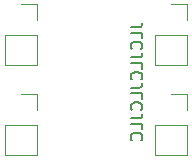
<source format=gbo>
%TF.GenerationSoftware,KiCad,Pcbnew,7.0.9*%
%TF.CreationDate,2023-11-30T13:54:46-08:00*%
%TF.ProjectId,Button-Board,42757474-6f6e-42d4-926f-6172642e6b69,rev?*%
%TF.SameCoordinates,Original*%
%TF.FileFunction,Legend,Bot*%
%TF.FilePolarity,Positive*%
%FSLAX46Y46*%
G04 Gerber Fmt 4.6, Leading zero omitted, Abs format (unit mm)*
G04 Created by KiCad (PCBNEW 7.0.9) date 2023-11-30 13:54:46*
%MOMM*%
%LPD*%
G01*
G04 APERTURE LIST*
%ADD10C,0.150000*%
%ADD11C,0.120000*%
%ADD12R,1.700000X1.700000*%
%ADD13O,1.700000X1.700000*%
G04 APERTURE END LIST*
D10*
X85483819Y-51422493D02*
X86198104Y-51422493D01*
X86198104Y-51422493D02*
X86340961Y-51374874D01*
X86340961Y-51374874D02*
X86436200Y-51279636D01*
X86436200Y-51279636D02*
X86483819Y-51136779D01*
X86483819Y-51136779D02*
X86483819Y-51041541D01*
X86483819Y-52374874D02*
X86483819Y-51898684D01*
X86483819Y-51898684D02*
X85483819Y-51898684D01*
X86388580Y-53279636D02*
X86436200Y-53232017D01*
X86436200Y-53232017D02*
X86483819Y-53089160D01*
X86483819Y-53089160D02*
X86483819Y-52993922D01*
X86483819Y-52993922D02*
X86436200Y-52851065D01*
X86436200Y-52851065D02*
X86340961Y-52755827D01*
X86340961Y-52755827D02*
X86245723Y-52708208D01*
X86245723Y-52708208D02*
X86055247Y-52660589D01*
X86055247Y-52660589D02*
X85912390Y-52660589D01*
X85912390Y-52660589D02*
X85721914Y-52708208D01*
X85721914Y-52708208D02*
X85626676Y-52755827D01*
X85626676Y-52755827D02*
X85531438Y-52851065D01*
X85531438Y-52851065D02*
X85483819Y-52993922D01*
X85483819Y-52993922D02*
X85483819Y-53089160D01*
X85483819Y-53089160D02*
X85531438Y-53232017D01*
X85531438Y-53232017D02*
X85579057Y-53279636D01*
X85483819Y-53993922D02*
X86198104Y-53993922D01*
X86198104Y-53993922D02*
X86340961Y-53946303D01*
X86340961Y-53946303D02*
X86436200Y-53851065D01*
X86436200Y-53851065D02*
X86483819Y-53708208D01*
X86483819Y-53708208D02*
X86483819Y-53612970D01*
X86483819Y-54946303D02*
X86483819Y-54470113D01*
X86483819Y-54470113D02*
X85483819Y-54470113D01*
X86388580Y-55851065D02*
X86436200Y-55803446D01*
X86436200Y-55803446D02*
X86483819Y-55660589D01*
X86483819Y-55660589D02*
X86483819Y-55565351D01*
X86483819Y-55565351D02*
X86436200Y-55422494D01*
X86436200Y-55422494D02*
X86340961Y-55327256D01*
X86340961Y-55327256D02*
X86245723Y-55279637D01*
X86245723Y-55279637D02*
X86055247Y-55232018D01*
X86055247Y-55232018D02*
X85912390Y-55232018D01*
X85912390Y-55232018D02*
X85721914Y-55279637D01*
X85721914Y-55279637D02*
X85626676Y-55327256D01*
X85626676Y-55327256D02*
X85531438Y-55422494D01*
X85531438Y-55422494D02*
X85483819Y-55565351D01*
X85483819Y-55565351D02*
X85483819Y-55660589D01*
X85483819Y-55660589D02*
X85531438Y-55803446D01*
X85531438Y-55803446D02*
X85579057Y-55851065D01*
X85483819Y-56565351D02*
X86198104Y-56565351D01*
X86198104Y-56565351D02*
X86340961Y-56517732D01*
X86340961Y-56517732D02*
X86436200Y-56422494D01*
X86436200Y-56422494D02*
X86483819Y-56279637D01*
X86483819Y-56279637D02*
X86483819Y-56184399D01*
X86483819Y-57517732D02*
X86483819Y-57041542D01*
X86483819Y-57041542D02*
X85483819Y-57041542D01*
X86388580Y-58422494D02*
X86436200Y-58374875D01*
X86436200Y-58374875D02*
X86483819Y-58232018D01*
X86483819Y-58232018D02*
X86483819Y-58136780D01*
X86483819Y-58136780D02*
X86436200Y-57993923D01*
X86436200Y-57993923D02*
X86340961Y-57898685D01*
X86340961Y-57898685D02*
X86245723Y-57851066D01*
X86245723Y-57851066D02*
X86055247Y-57803447D01*
X86055247Y-57803447D02*
X85912390Y-57803447D01*
X85912390Y-57803447D02*
X85721914Y-57851066D01*
X85721914Y-57851066D02*
X85626676Y-57898685D01*
X85626676Y-57898685D02*
X85531438Y-57993923D01*
X85531438Y-57993923D02*
X85483819Y-58136780D01*
X85483819Y-58136780D02*
X85483819Y-58232018D01*
X85483819Y-58232018D02*
X85531438Y-58374875D01*
X85531438Y-58374875D02*
X85579057Y-58422494D01*
X85483819Y-59136780D02*
X86198104Y-59136780D01*
X86198104Y-59136780D02*
X86340961Y-59089161D01*
X86340961Y-59089161D02*
X86436200Y-58993923D01*
X86436200Y-58993923D02*
X86483819Y-58851066D01*
X86483819Y-58851066D02*
X86483819Y-58755828D01*
X86483819Y-60089161D02*
X86483819Y-59612971D01*
X86483819Y-59612971D02*
X85483819Y-59612971D01*
X86388580Y-60993923D02*
X86436200Y-60946304D01*
X86436200Y-60946304D02*
X86483819Y-60803447D01*
X86483819Y-60803447D02*
X86483819Y-60708209D01*
X86483819Y-60708209D02*
X86436200Y-60565352D01*
X86436200Y-60565352D02*
X86340961Y-60470114D01*
X86340961Y-60470114D02*
X86245723Y-60422495D01*
X86245723Y-60422495D02*
X86055247Y-60374876D01*
X86055247Y-60374876D02*
X85912390Y-60374876D01*
X85912390Y-60374876D02*
X85721914Y-60422495D01*
X85721914Y-60422495D02*
X85626676Y-60470114D01*
X85626676Y-60470114D02*
X85531438Y-60565352D01*
X85531438Y-60565352D02*
X85483819Y-60708209D01*
X85483819Y-60708209D02*
X85483819Y-60803447D01*
X85483819Y-60803447D02*
X85531438Y-60946304D01*
X85531438Y-60946304D02*
X85579057Y-60993923D01*
D11*
%TO.C,J2*%
X90230000Y-54670000D02*
X87570000Y-54670000D01*
X90230000Y-52070000D02*
X90230000Y-54670000D01*
X90230000Y-52070000D02*
X87570000Y-52070000D01*
X90230000Y-50800000D02*
X90230000Y-49470000D01*
X90230000Y-49470000D02*
X88900000Y-49470000D01*
X87570000Y-52070000D02*
X87570000Y-54670000D01*
%TO.C,J3*%
X77530000Y-62290000D02*
X74870000Y-62290000D01*
X77530000Y-59690000D02*
X77530000Y-62290000D01*
X77530000Y-59690000D02*
X74870000Y-59690000D01*
X77530000Y-58420000D02*
X77530000Y-57090000D01*
X77530000Y-57090000D02*
X76200000Y-57090000D01*
X74870000Y-59690000D02*
X74870000Y-62290000D01*
%TO.C,J4*%
X90230000Y-62290000D02*
X87570000Y-62290000D01*
X90230000Y-59690000D02*
X90230000Y-62290000D01*
X90230000Y-59690000D02*
X87570000Y-59690000D01*
X90230000Y-58420000D02*
X90230000Y-57090000D01*
X90230000Y-57090000D02*
X88900000Y-57090000D01*
X87570000Y-59690000D02*
X87570000Y-62290000D01*
%TO.C,J1*%
X77530000Y-54670000D02*
X74870000Y-54670000D01*
X77530000Y-52070000D02*
X77530000Y-54670000D01*
X77530000Y-52070000D02*
X74870000Y-52070000D01*
X77530000Y-50800000D02*
X77530000Y-49470000D01*
X77530000Y-49470000D02*
X76200000Y-49470000D01*
X74870000Y-52070000D02*
X74870000Y-54670000D01*
%TD*%
%LPC*%
D12*
%TO.C,J2*%
X88900000Y-50800000D03*
D13*
X88900000Y-53340000D03*
%TD*%
D12*
%TO.C,J3*%
X76200000Y-58420000D03*
D13*
X76200000Y-60960000D03*
%TD*%
D12*
%TO.C,J4*%
X88900000Y-58420000D03*
D13*
X88900000Y-60960000D03*
%TD*%
D12*
%TO.C,J1*%
X76200000Y-50800000D03*
D13*
X76200000Y-53340000D03*
%TD*%
%LPD*%
M02*

</source>
